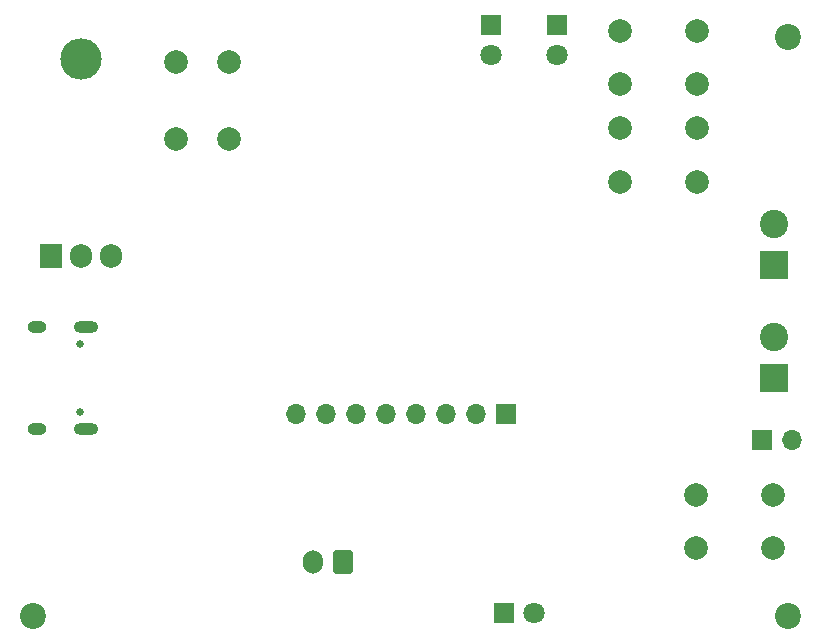
<source format=gbr>
%TF.GenerationSoftware,KiCad,Pcbnew,7.0.8*%
%TF.CreationDate,2024-01-31T02:26:52-05:00*%
%TF.ProjectId,AT01_no_ftdi,41543031-5f6e-46f5-9f66-7464692e6b69,rev?*%
%TF.SameCoordinates,PX6ea0500PY7735940*%
%TF.FileFunction,Soldermask,Bot*%
%TF.FilePolarity,Negative*%
%FSLAX46Y46*%
G04 Gerber Fmt 4.6, Leading zero omitted, Abs format (unit mm)*
G04 Created by KiCad (PCBNEW 7.0.8) date 2024-01-31 02:26:52*
%MOMM*%
%LPD*%
G01*
G04 APERTURE LIST*
G04 Aperture macros list*
%AMRoundRect*
0 Rectangle with rounded corners*
0 $1 Rounding radius*
0 $2 $3 $4 $5 $6 $7 $8 $9 X,Y pos of 4 corners*
0 Add a 4 corners polygon primitive as box body*
4,1,4,$2,$3,$4,$5,$6,$7,$8,$9,$2,$3,0*
0 Add four circle primitives for the rounded corners*
1,1,$1+$1,$2,$3*
1,1,$1+$1,$4,$5*
1,1,$1+$1,$6,$7*
1,1,$1+$1,$8,$9*
0 Add four rect primitives between the rounded corners*
20,1,$1+$1,$2,$3,$4,$5,0*
20,1,$1+$1,$4,$5,$6,$7,0*
20,1,$1+$1,$6,$7,$8,$9,0*
20,1,$1+$1,$8,$9,$2,$3,0*%
G04 Aperture macros list end*
%ADD10R,1.700000X1.700000*%
%ADD11O,1.700000X1.700000*%
%ADD12R,1.800000X1.800000*%
%ADD13C,1.800000*%
%ADD14C,2.000000*%
%ADD15C,2.200000*%
%ADD16C,0.650000*%
%ADD17O,2.100000X1.000000*%
%ADD18O,1.600000X1.000000*%
%ADD19R,2.400000X2.400000*%
%ADD20C,2.400000*%
%ADD21O,3.500000X3.500000*%
%ADD22R,1.905000X2.000000*%
%ADD23O,1.905000X2.000000*%
%ADD24RoundRect,0.250000X0.600000X0.750000X-0.600000X0.750000X-0.600000X-0.750000X0.600000X-0.750000X0*%
%ADD25O,1.700000X2.000000*%
G04 APERTURE END LIST*
D10*
%TO.C,J6*%
X64760000Y17900000D03*
D11*
X67300000Y17900000D03*
%TD*%
D12*
%TO.C,D5*%
X41800000Y52975000D03*
D13*
X41800000Y50435000D03*
%TD*%
D14*
%TO.C,SW1*%
X52750000Y52500000D03*
X59250000Y52500000D03*
X52750000Y48000000D03*
X59250000Y48000000D03*
%TD*%
D15*
%TO.C,H3*%
X3000000Y3000000D03*
%TD*%
D16*
%TO.C,J2*%
X7000000Y26000000D03*
X7000000Y20220000D03*
D17*
X7530000Y27430000D03*
D18*
X3350000Y27430000D03*
D17*
X7530000Y18790000D03*
D18*
X3350000Y18790000D03*
%TD*%
D15*
%TO.C,H2*%
X67000000Y3000000D03*
%TD*%
D19*
%TO.C,J4*%
X65800000Y32700000D03*
D20*
X65800000Y36200000D03*
%TD*%
D14*
%TO.C,SW2*%
X59200000Y13200000D03*
X65700000Y13200000D03*
X59200000Y8700000D03*
X65700000Y8700000D03*
%TD*%
D10*
%TO.C,J3*%
X43060000Y20100000D03*
D11*
X40520000Y20100000D03*
X37980000Y20100000D03*
X35440000Y20100000D03*
X32900000Y20100000D03*
X30360000Y20100000D03*
X27820000Y20100000D03*
X25280000Y20100000D03*
%TD*%
D14*
%TO.C,SW3*%
X19650000Y49850000D03*
X19650000Y43350000D03*
X15150000Y49850000D03*
X15150000Y43350000D03*
%TD*%
D12*
%TO.C,D10*%
X42900000Y3200000D03*
D13*
X45440000Y3200000D03*
%TD*%
D15*
%TO.C,H1*%
X67000000Y52000000D03*
%TD*%
D21*
%TO.C,U4*%
X7100000Y50130000D03*
D22*
X4560000Y33470000D03*
D23*
X7100000Y33470000D03*
X9640000Y33470000D03*
%TD*%
D24*
%TO.C,J1*%
X29250000Y7532500D03*
D25*
X26750000Y7532500D03*
%TD*%
D14*
%TO.C,SW4*%
X52750000Y44250000D03*
X59250000Y44250000D03*
X52750000Y39750000D03*
X59250000Y39750000D03*
%TD*%
D12*
%TO.C,D4*%
X47400000Y52975000D03*
D13*
X47400000Y50435000D03*
%TD*%
D19*
%TO.C,J5*%
X65800000Y23100000D03*
D20*
X65800000Y26600000D03*
%TD*%
M02*

</source>
